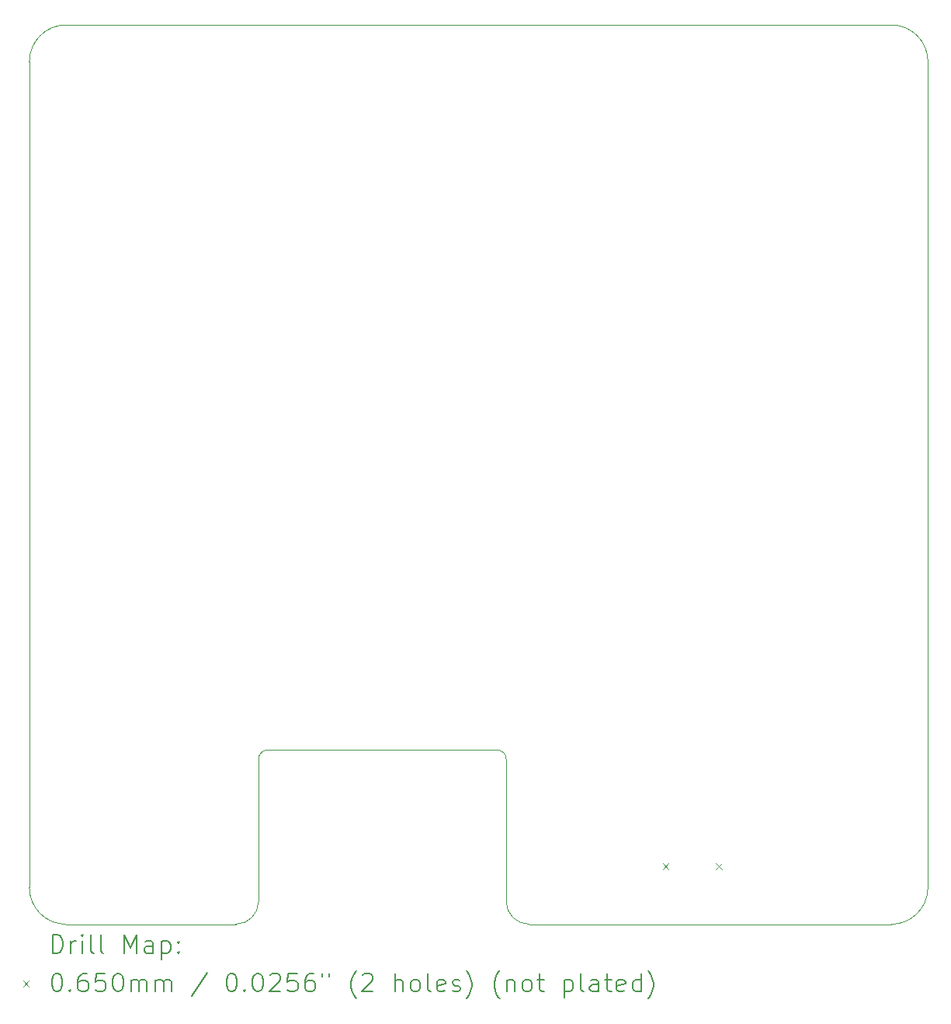
<source format=gbr>
%FSLAX45Y45*%
G04 Gerber Fmt 4.5, Leading zero omitted, Abs format (unit mm)*
%MOMM*%
%LPD*%
G01*
G04 APERTURE LIST*
%TA.AperFunction,Profile*%
%ADD10C,0.100000*%
%TD*%
%ADD11C,0.200000*%
%ADD12C,0.065000*%
G04 APERTURE END LIST*
D10*
X10500000Y-14600000D02*
G75*
G03*
X10900000Y-15000000I400000J0D01*
G01*
X10500000Y-14600000D02*
X10500000Y-5600000D01*
X12750000Y-15000000D02*
X10900000Y-15000000D01*
X15700000Y-13200000D02*
G75*
G03*
X15600000Y-13100000I-100000J0D01*
G01*
X10900000Y-5200000D02*
G75*
G03*
X10500000Y-5600000I0J-400000D01*
G01*
X13100000Y-13100000D02*
X15600000Y-13100000D01*
X13100000Y-13100000D02*
G75*
G03*
X13000000Y-13200000I0J-100000D01*
G01*
X20300000Y-5600000D02*
G75*
G03*
X19900000Y-5200000I-400000J0D01*
G01*
X19900000Y-15000000D02*
G75*
G03*
X20300000Y-14600000I0J400000D01*
G01*
X12750000Y-15000000D02*
G75*
G03*
X13000000Y-14750000I0J250000D01*
G01*
X10900000Y-5200000D02*
X19900000Y-5200000D01*
X20300000Y-5600000D02*
X20300000Y-14600000D01*
X19900000Y-15000000D02*
X15950000Y-15000000D01*
X15700000Y-14750000D02*
G75*
G03*
X15950000Y-15000000I250000J0D01*
G01*
X13000000Y-14750000D02*
X13000000Y-13200000D01*
X15700000Y-13200000D02*
X15700000Y-14750000D01*
D11*
D12*
X17408500Y-14337500D02*
X17473500Y-14402500D01*
X17473500Y-14337500D02*
X17408500Y-14402500D01*
X17986500Y-14337500D02*
X18051500Y-14402500D01*
X18051500Y-14337500D02*
X17986500Y-14402500D01*
D11*
X10752619Y-15315476D02*
X10752619Y-15115476D01*
X10800238Y-15115476D01*
X10828810Y-15125000D01*
X10847857Y-15144048D01*
X10857381Y-15163095D01*
X10866905Y-15201190D01*
X10866905Y-15229762D01*
X10857381Y-15267857D01*
X10847857Y-15286905D01*
X10828810Y-15305952D01*
X10800238Y-15315476D01*
X10752619Y-15315476D01*
X10952619Y-15315476D02*
X10952619Y-15182143D01*
X10952619Y-15220238D02*
X10962143Y-15201190D01*
X10971667Y-15191667D01*
X10990714Y-15182143D01*
X11009762Y-15182143D01*
X11076429Y-15315476D02*
X11076429Y-15182143D01*
X11076429Y-15115476D02*
X11066905Y-15125000D01*
X11076429Y-15134524D01*
X11085952Y-15125000D01*
X11076429Y-15115476D01*
X11076429Y-15134524D01*
X11200238Y-15315476D02*
X11181190Y-15305952D01*
X11171667Y-15286905D01*
X11171667Y-15115476D01*
X11305000Y-15315476D02*
X11285952Y-15305952D01*
X11276428Y-15286905D01*
X11276428Y-15115476D01*
X11533571Y-15315476D02*
X11533571Y-15115476D01*
X11600238Y-15258333D01*
X11666905Y-15115476D01*
X11666905Y-15315476D01*
X11847857Y-15315476D02*
X11847857Y-15210714D01*
X11838333Y-15191667D01*
X11819286Y-15182143D01*
X11781190Y-15182143D01*
X11762143Y-15191667D01*
X11847857Y-15305952D02*
X11828809Y-15315476D01*
X11781190Y-15315476D01*
X11762143Y-15305952D01*
X11752619Y-15286905D01*
X11752619Y-15267857D01*
X11762143Y-15248809D01*
X11781190Y-15239286D01*
X11828809Y-15239286D01*
X11847857Y-15229762D01*
X11943095Y-15182143D02*
X11943095Y-15382143D01*
X11943095Y-15191667D02*
X11962143Y-15182143D01*
X12000238Y-15182143D01*
X12019286Y-15191667D01*
X12028809Y-15201190D01*
X12038333Y-15220238D01*
X12038333Y-15277381D01*
X12028809Y-15296428D01*
X12019286Y-15305952D01*
X12000238Y-15315476D01*
X11962143Y-15315476D01*
X11943095Y-15305952D01*
X12124048Y-15296428D02*
X12133571Y-15305952D01*
X12124048Y-15315476D01*
X12114524Y-15305952D01*
X12124048Y-15296428D01*
X12124048Y-15315476D01*
X12124048Y-15191667D02*
X12133571Y-15201190D01*
X12124048Y-15210714D01*
X12114524Y-15201190D01*
X12124048Y-15191667D01*
X12124048Y-15210714D01*
D12*
X10430000Y-15612500D02*
X10495000Y-15677500D01*
X10495000Y-15612500D02*
X10430000Y-15677500D01*
D11*
X10790714Y-15535476D02*
X10809762Y-15535476D01*
X10828810Y-15545000D01*
X10838333Y-15554524D01*
X10847857Y-15573571D01*
X10857381Y-15611667D01*
X10857381Y-15659286D01*
X10847857Y-15697381D01*
X10838333Y-15716428D01*
X10828810Y-15725952D01*
X10809762Y-15735476D01*
X10790714Y-15735476D01*
X10771667Y-15725952D01*
X10762143Y-15716428D01*
X10752619Y-15697381D01*
X10743095Y-15659286D01*
X10743095Y-15611667D01*
X10752619Y-15573571D01*
X10762143Y-15554524D01*
X10771667Y-15545000D01*
X10790714Y-15535476D01*
X10943095Y-15716428D02*
X10952619Y-15725952D01*
X10943095Y-15735476D01*
X10933571Y-15725952D01*
X10943095Y-15716428D01*
X10943095Y-15735476D01*
X11124048Y-15535476D02*
X11085952Y-15535476D01*
X11066905Y-15545000D01*
X11057381Y-15554524D01*
X11038333Y-15583095D01*
X11028810Y-15621190D01*
X11028810Y-15697381D01*
X11038333Y-15716428D01*
X11047857Y-15725952D01*
X11066905Y-15735476D01*
X11105000Y-15735476D01*
X11124048Y-15725952D01*
X11133571Y-15716428D01*
X11143095Y-15697381D01*
X11143095Y-15649762D01*
X11133571Y-15630714D01*
X11124048Y-15621190D01*
X11105000Y-15611667D01*
X11066905Y-15611667D01*
X11047857Y-15621190D01*
X11038333Y-15630714D01*
X11028810Y-15649762D01*
X11324048Y-15535476D02*
X11228809Y-15535476D01*
X11219286Y-15630714D01*
X11228809Y-15621190D01*
X11247857Y-15611667D01*
X11295476Y-15611667D01*
X11314524Y-15621190D01*
X11324048Y-15630714D01*
X11333571Y-15649762D01*
X11333571Y-15697381D01*
X11324048Y-15716428D01*
X11314524Y-15725952D01*
X11295476Y-15735476D01*
X11247857Y-15735476D01*
X11228809Y-15725952D01*
X11219286Y-15716428D01*
X11457381Y-15535476D02*
X11476428Y-15535476D01*
X11495476Y-15545000D01*
X11505000Y-15554524D01*
X11514524Y-15573571D01*
X11524048Y-15611667D01*
X11524048Y-15659286D01*
X11514524Y-15697381D01*
X11505000Y-15716428D01*
X11495476Y-15725952D01*
X11476428Y-15735476D01*
X11457381Y-15735476D01*
X11438333Y-15725952D01*
X11428809Y-15716428D01*
X11419286Y-15697381D01*
X11409762Y-15659286D01*
X11409762Y-15611667D01*
X11419286Y-15573571D01*
X11428809Y-15554524D01*
X11438333Y-15545000D01*
X11457381Y-15535476D01*
X11609762Y-15735476D02*
X11609762Y-15602143D01*
X11609762Y-15621190D02*
X11619286Y-15611667D01*
X11638333Y-15602143D01*
X11666905Y-15602143D01*
X11685952Y-15611667D01*
X11695476Y-15630714D01*
X11695476Y-15735476D01*
X11695476Y-15630714D02*
X11705000Y-15611667D01*
X11724048Y-15602143D01*
X11752619Y-15602143D01*
X11771667Y-15611667D01*
X11781190Y-15630714D01*
X11781190Y-15735476D01*
X11876428Y-15735476D02*
X11876428Y-15602143D01*
X11876428Y-15621190D02*
X11885952Y-15611667D01*
X11905000Y-15602143D01*
X11933571Y-15602143D01*
X11952619Y-15611667D01*
X11962143Y-15630714D01*
X11962143Y-15735476D01*
X11962143Y-15630714D02*
X11971667Y-15611667D01*
X11990714Y-15602143D01*
X12019286Y-15602143D01*
X12038333Y-15611667D01*
X12047857Y-15630714D01*
X12047857Y-15735476D01*
X12438333Y-15525952D02*
X12266905Y-15783095D01*
X12695476Y-15535476D02*
X12714524Y-15535476D01*
X12733571Y-15545000D01*
X12743095Y-15554524D01*
X12752619Y-15573571D01*
X12762143Y-15611667D01*
X12762143Y-15659286D01*
X12752619Y-15697381D01*
X12743095Y-15716428D01*
X12733571Y-15725952D01*
X12714524Y-15735476D01*
X12695476Y-15735476D01*
X12676428Y-15725952D01*
X12666905Y-15716428D01*
X12657381Y-15697381D01*
X12647857Y-15659286D01*
X12647857Y-15611667D01*
X12657381Y-15573571D01*
X12666905Y-15554524D01*
X12676428Y-15545000D01*
X12695476Y-15535476D01*
X12847857Y-15716428D02*
X12857381Y-15725952D01*
X12847857Y-15735476D01*
X12838333Y-15725952D01*
X12847857Y-15716428D01*
X12847857Y-15735476D01*
X12981190Y-15535476D02*
X13000238Y-15535476D01*
X13019286Y-15545000D01*
X13028809Y-15554524D01*
X13038333Y-15573571D01*
X13047857Y-15611667D01*
X13047857Y-15659286D01*
X13038333Y-15697381D01*
X13028809Y-15716428D01*
X13019286Y-15725952D01*
X13000238Y-15735476D01*
X12981190Y-15735476D01*
X12962143Y-15725952D01*
X12952619Y-15716428D01*
X12943095Y-15697381D01*
X12933571Y-15659286D01*
X12933571Y-15611667D01*
X12943095Y-15573571D01*
X12952619Y-15554524D01*
X12962143Y-15545000D01*
X12981190Y-15535476D01*
X13124048Y-15554524D02*
X13133571Y-15545000D01*
X13152619Y-15535476D01*
X13200238Y-15535476D01*
X13219286Y-15545000D01*
X13228809Y-15554524D01*
X13238333Y-15573571D01*
X13238333Y-15592619D01*
X13228809Y-15621190D01*
X13114524Y-15735476D01*
X13238333Y-15735476D01*
X13419286Y-15535476D02*
X13324048Y-15535476D01*
X13314524Y-15630714D01*
X13324048Y-15621190D01*
X13343095Y-15611667D01*
X13390714Y-15611667D01*
X13409762Y-15621190D01*
X13419286Y-15630714D01*
X13428809Y-15649762D01*
X13428809Y-15697381D01*
X13419286Y-15716428D01*
X13409762Y-15725952D01*
X13390714Y-15735476D01*
X13343095Y-15735476D01*
X13324048Y-15725952D01*
X13314524Y-15716428D01*
X13600238Y-15535476D02*
X13562143Y-15535476D01*
X13543095Y-15545000D01*
X13533571Y-15554524D01*
X13514524Y-15583095D01*
X13505000Y-15621190D01*
X13505000Y-15697381D01*
X13514524Y-15716428D01*
X13524048Y-15725952D01*
X13543095Y-15735476D01*
X13581190Y-15735476D01*
X13600238Y-15725952D01*
X13609762Y-15716428D01*
X13619286Y-15697381D01*
X13619286Y-15649762D01*
X13609762Y-15630714D01*
X13600238Y-15621190D01*
X13581190Y-15611667D01*
X13543095Y-15611667D01*
X13524048Y-15621190D01*
X13514524Y-15630714D01*
X13505000Y-15649762D01*
X13695476Y-15535476D02*
X13695476Y-15573571D01*
X13771667Y-15535476D02*
X13771667Y-15573571D01*
X14066905Y-15811667D02*
X14057381Y-15802143D01*
X14038333Y-15773571D01*
X14028809Y-15754524D01*
X14019286Y-15725952D01*
X14009762Y-15678333D01*
X14009762Y-15640238D01*
X14019286Y-15592619D01*
X14028809Y-15564048D01*
X14038333Y-15545000D01*
X14057381Y-15516428D01*
X14066905Y-15506905D01*
X14133571Y-15554524D02*
X14143095Y-15545000D01*
X14162143Y-15535476D01*
X14209762Y-15535476D01*
X14228809Y-15545000D01*
X14238333Y-15554524D01*
X14247857Y-15573571D01*
X14247857Y-15592619D01*
X14238333Y-15621190D01*
X14124048Y-15735476D01*
X14247857Y-15735476D01*
X14485952Y-15735476D02*
X14485952Y-15535476D01*
X14571667Y-15735476D02*
X14571667Y-15630714D01*
X14562143Y-15611667D01*
X14543095Y-15602143D01*
X14514524Y-15602143D01*
X14495476Y-15611667D01*
X14485952Y-15621190D01*
X14695476Y-15735476D02*
X14676428Y-15725952D01*
X14666905Y-15716428D01*
X14657381Y-15697381D01*
X14657381Y-15640238D01*
X14666905Y-15621190D01*
X14676428Y-15611667D01*
X14695476Y-15602143D01*
X14724048Y-15602143D01*
X14743095Y-15611667D01*
X14752619Y-15621190D01*
X14762143Y-15640238D01*
X14762143Y-15697381D01*
X14752619Y-15716428D01*
X14743095Y-15725952D01*
X14724048Y-15735476D01*
X14695476Y-15735476D01*
X14876428Y-15735476D02*
X14857381Y-15725952D01*
X14847857Y-15706905D01*
X14847857Y-15535476D01*
X15028809Y-15725952D02*
X15009762Y-15735476D01*
X14971667Y-15735476D01*
X14952619Y-15725952D01*
X14943095Y-15706905D01*
X14943095Y-15630714D01*
X14952619Y-15611667D01*
X14971667Y-15602143D01*
X15009762Y-15602143D01*
X15028809Y-15611667D01*
X15038333Y-15630714D01*
X15038333Y-15649762D01*
X14943095Y-15668809D01*
X15114524Y-15725952D02*
X15133571Y-15735476D01*
X15171667Y-15735476D01*
X15190714Y-15725952D01*
X15200238Y-15706905D01*
X15200238Y-15697381D01*
X15190714Y-15678333D01*
X15171667Y-15668809D01*
X15143095Y-15668809D01*
X15124048Y-15659286D01*
X15114524Y-15640238D01*
X15114524Y-15630714D01*
X15124048Y-15611667D01*
X15143095Y-15602143D01*
X15171667Y-15602143D01*
X15190714Y-15611667D01*
X15266905Y-15811667D02*
X15276428Y-15802143D01*
X15295476Y-15773571D01*
X15305000Y-15754524D01*
X15314524Y-15725952D01*
X15324048Y-15678333D01*
X15324048Y-15640238D01*
X15314524Y-15592619D01*
X15305000Y-15564048D01*
X15295476Y-15545000D01*
X15276428Y-15516428D01*
X15266905Y-15506905D01*
X15628809Y-15811667D02*
X15619286Y-15802143D01*
X15600238Y-15773571D01*
X15590714Y-15754524D01*
X15581190Y-15725952D01*
X15571667Y-15678333D01*
X15571667Y-15640238D01*
X15581190Y-15592619D01*
X15590714Y-15564048D01*
X15600238Y-15545000D01*
X15619286Y-15516428D01*
X15628809Y-15506905D01*
X15705000Y-15602143D02*
X15705000Y-15735476D01*
X15705000Y-15621190D02*
X15714524Y-15611667D01*
X15733571Y-15602143D01*
X15762143Y-15602143D01*
X15781190Y-15611667D01*
X15790714Y-15630714D01*
X15790714Y-15735476D01*
X15914524Y-15735476D02*
X15895476Y-15725952D01*
X15885952Y-15716428D01*
X15876428Y-15697381D01*
X15876428Y-15640238D01*
X15885952Y-15621190D01*
X15895476Y-15611667D01*
X15914524Y-15602143D01*
X15943095Y-15602143D01*
X15962143Y-15611667D01*
X15971667Y-15621190D01*
X15981190Y-15640238D01*
X15981190Y-15697381D01*
X15971667Y-15716428D01*
X15962143Y-15725952D01*
X15943095Y-15735476D01*
X15914524Y-15735476D01*
X16038333Y-15602143D02*
X16114524Y-15602143D01*
X16066905Y-15535476D02*
X16066905Y-15706905D01*
X16076428Y-15725952D01*
X16095476Y-15735476D01*
X16114524Y-15735476D01*
X16333571Y-15602143D02*
X16333571Y-15802143D01*
X16333571Y-15611667D02*
X16352619Y-15602143D01*
X16390714Y-15602143D01*
X16409762Y-15611667D01*
X16419286Y-15621190D01*
X16428809Y-15640238D01*
X16428809Y-15697381D01*
X16419286Y-15716428D01*
X16409762Y-15725952D01*
X16390714Y-15735476D01*
X16352619Y-15735476D01*
X16333571Y-15725952D01*
X16543095Y-15735476D02*
X16524048Y-15725952D01*
X16514524Y-15706905D01*
X16514524Y-15535476D01*
X16705000Y-15735476D02*
X16705000Y-15630714D01*
X16695476Y-15611667D01*
X16676428Y-15602143D01*
X16638333Y-15602143D01*
X16619286Y-15611667D01*
X16705000Y-15725952D02*
X16685952Y-15735476D01*
X16638333Y-15735476D01*
X16619286Y-15725952D01*
X16609762Y-15706905D01*
X16609762Y-15687857D01*
X16619286Y-15668809D01*
X16638333Y-15659286D01*
X16685952Y-15659286D01*
X16705000Y-15649762D01*
X16771667Y-15602143D02*
X16847857Y-15602143D01*
X16800238Y-15535476D02*
X16800238Y-15706905D01*
X16809762Y-15725952D01*
X16828810Y-15735476D01*
X16847857Y-15735476D01*
X16990714Y-15725952D02*
X16971667Y-15735476D01*
X16933571Y-15735476D01*
X16914524Y-15725952D01*
X16905000Y-15706905D01*
X16905000Y-15630714D01*
X16914524Y-15611667D01*
X16933571Y-15602143D01*
X16971667Y-15602143D01*
X16990714Y-15611667D01*
X17000238Y-15630714D01*
X17000238Y-15649762D01*
X16905000Y-15668809D01*
X17171667Y-15735476D02*
X17171667Y-15535476D01*
X17171667Y-15725952D02*
X17152619Y-15735476D01*
X17114524Y-15735476D01*
X17095476Y-15725952D01*
X17085952Y-15716428D01*
X17076429Y-15697381D01*
X17076429Y-15640238D01*
X17085952Y-15621190D01*
X17095476Y-15611667D01*
X17114524Y-15602143D01*
X17152619Y-15602143D01*
X17171667Y-15611667D01*
X17247857Y-15811667D02*
X17257381Y-15802143D01*
X17276429Y-15773571D01*
X17285952Y-15754524D01*
X17295476Y-15725952D01*
X17305000Y-15678333D01*
X17305000Y-15640238D01*
X17295476Y-15592619D01*
X17285952Y-15564048D01*
X17276429Y-15545000D01*
X17257381Y-15516428D01*
X17247857Y-15506905D01*
M02*

</source>
